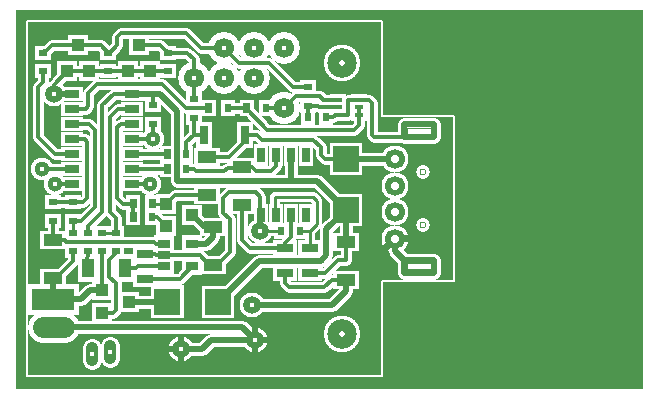
<source format=gbr>
%FSLAX34Y34*%
%MOMM*%
%LNSILK_TOP*%
G71*
G01*
%ADD10C, 0.00*%
%ADD11C, 3.10*%
%ADD12R, 1.25X1.87*%
%ADD13R, 1.80X1.50*%
%ADD14R, 2.80X2.80*%
%ADD15R, 2.20X1.61*%
%ADD16C, 0.70*%
%ADD17C, 2.30*%
%ADD18C, 1.10*%
%ADD19C, 1.20*%
%ADD20C, 0.90*%
%ADD21R, 1.40X1.20*%
%ADD22C, 2.60*%
%ADD23R, 1.87X1.25*%
%ADD24R, 1.70X1.70*%
%ADD25R, 1.20X1.40*%
%ADD26R, 2.03X1.40*%
%ADD27C, 2.10*%
%ADD28C, 0.85*%
%ADD29R, 2.20X1.60*%
%ADD30C, 2.70*%
%ADD31C, 2.75*%
%ADD32R, 1.40X2.16*%
%ADD33C, 1.60*%
%ADD34C, 0.15*%
%ADD35R, 1.81X2.40*%
%ADD36C, 0.95*%
%ADD37C, 1.90*%
%ADD38R, 1.40X1.00*%
%ADD39C, 0.57*%
%ADD40C, 0.50*%
%ADD41C, 2.50*%
%ADD42R, 0.65X1.27*%
%ADD43R, 1.00X0.70*%
%ADD44R, 2.20X2.20*%
%ADD45R, 1.60X1.01*%
%ADD46C, 0.10*%
%ADD47C, 1.70*%
%ADD48C, 0.60*%
%ADD49C, 0.30*%
%ADD50R, 0.80X0.60*%
%ADD51C, 1.80*%
%ADD52R, 1.27X0.65*%
%ADD53R, 1.10X1.10*%
%ADD54R, 0.60X0.80*%
%ADD55R, 1.43X0.80*%
%ADD56C, 1.50*%
%ADD57C, 0.25*%
%ADD58R, 1.60X1.00*%
%ADD59C, 1.70*%
%ADD60C, 1.75*%
%ADD61R, 0.80X1.56*%
%ADD62C, 1.00*%
%ADD63R, 1.01X1.60*%
%ADD64C, 0.35*%
%ADD65C, 1.30*%
%ADD66R, 0.80X0.40*%
%ADD67C, 0.40*%
%ADD68C, 0.00*%
%LPD*%
G54D10*
X0Y0D02*
X530000Y0D01*
X530000Y-320000D01*
X0Y-320000D01*
X0Y0D01*
G36*
X0Y0D02*
X530000Y0D01*
X530000Y-320000D01*
X0Y-320000D01*
X0Y0D01*
G37*
%LPC*%
X276225Y-274638D02*
G54D11*
D03*
X276225Y-45244D02*
G54D11*
D03*
X207381Y-173537D02*
G54D12*
D03*
X220081Y-173537D02*
G54D12*
D03*
X232781Y-173537D02*
G54D12*
D03*
X245481Y-173537D02*
G54D12*
D03*
X245481Y-122737D02*
G54D12*
D03*
X232781Y-122738D02*
G54D12*
D03*
X220081Y-122737D02*
G54D12*
D03*
X207381Y-122738D02*
G54D12*
D03*
X149622Y-217488D02*
G54D13*
D03*
X149622Y-198488D02*
G54D13*
D03*
X125822Y-217488D02*
G54D13*
D03*
X125822Y-198488D02*
G54D13*
D03*
X125822Y-207988D02*
G54D13*
D03*
X279400Y-169466D02*
G54D14*
D03*
X279400Y-126566D02*
G54D14*
D03*
X171450Y-247253D02*
G54D14*
D03*
G36*
X114550Y-233253D02*
X142550Y-233253D01*
X142550Y-261253D01*
X114550Y-261253D01*
X114550Y-233253D01*
G37*
X279400Y-228997D02*
G54D15*
D03*
X279400Y-196993D02*
G54D15*
D03*
G54D16*
X331391Y-100012D02*
X351631Y-100012D01*
X351631Y-105172D01*
X331391Y-105172D01*
X331391Y-100012D01*
G54D16*
X331391Y-214709D02*
X351631Y-214709D01*
X351631Y-219869D01*
X331391Y-219869D01*
X331391Y-214709D01*
X321072Y-126603D02*
G54D17*
D03*
X321072Y-149225D02*
G54D17*
D03*
X321072Y-171450D02*
G54D17*
D03*
X321070Y-194070D02*
G54D17*
D03*
G54D18*
X328612Y-107950D02*
X354012Y-107950D01*
G54D18*
X354012Y-107950D02*
X354012Y-97234D01*
G54D18*
X328612Y-97234D02*
X354012Y-97234D01*
G54D18*
X328612Y-107950D02*
X328612Y-97234D01*
G54D18*
X329009Y-222647D02*
X354409Y-222647D01*
G54D18*
X354409Y-222647D02*
X354409Y-211931D01*
G54D18*
X329009Y-211931D02*
X354409Y-211931D01*
G54D18*
X329009Y-222647D02*
X329009Y-211931D01*
X345281Y-137716D02*
G54D19*
D03*
X345281Y-182562D02*
G54D19*
D03*
G54D18*
X321072Y-194072D02*
X321072Y-203994D01*
X329009Y-211931D01*
G54D18*
X321072Y-126603D02*
X279400Y-126566D01*
G54D18*
X279400Y-169466D02*
X279400Y-196993D01*
G54D18*
X200025Y-250031D02*
X216694Y-250031D01*
X267494Y-250031D01*
X279400Y-238125D01*
X279400Y-228997D01*
G54D18*
X171450Y-247253D02*
X205978Y-212725D01*
X258366Y-212725D01*
X263128Y-207962D01*
X263128Y-185738D01*
G54D20*
X232966Y-173434D02*
X232966Y-192484D01*
X227806Y-197644D01*
X227800Y-202138D01*
X116681Y-80962D02*
G54D21*
D03*
X116681Y-96862D02*
G54D21*
D03*
G54D18*
X140097Y-287338D02*
X157559Y-287338D01*
X165100Y-279797D01*
X202406Y-279797D01*
G54D22*
X22750Y-268684D02*
X40750Y-268684D01*
G36*
X9750Y-232269D02*
X53750Y-232269D01*
X53750Y-258269D01*
X9750Y-258269D01*
X9750Y-232269D01*
G37*
X98798Y-109564D02*
G54D23*
D03*
X98798Y-96864D02*
G54D23*
D03*
X98798Y-84164D02*
G54D23*
D03*
X98798Y-71464D02*
G54D23*
D03*
X47998Y-71464D02*
G54D23*
D03*
X47998Y-84164D02*
G54D23*
D03*
X47998Y-96864D02*
G54D23*
D03*
X47998Y-109564D02*
G54D23*
D03*
X47998Y-122264D02*
G54D23*
D03*
X47998Y-134964D02*
G54D23*
D03*
X47998Y-147664D02*
G54D23*
D03*
X98798Y-122264D02*
G54D23*
D03*
X98798Y-134964D02*
G54D23*
D03*
X98798Y-147664D02*
G54D23*
D03*
X127397Y-164306D02*
G54D24*
D03*
X127397Y-183306D02*
G54D24*
D03*
X149597Y-173806D02*
G54D24*
D03*
X73422Y-237728D02*
G54D24*
D03*
X73422Y-256728D02*
G54D24*
D03*
X95622Y-247228D02*
G54D24*
D03*
G54D18*
X31750Y-268684D02*
X191294Y-268684D01*
X202406Y-279797D01*
G54D18*
X95622Y-247228D02*
X128525Y-247228D01*
X128550Y-247253D01*
G36*
X93615Y-168766D02*
X105615Y-168765D01*
X105616Y-182765D01*
X93616Y-182766D01*
X93615Y-168766D01*
G37*
X115515Y-175766D02*
G54D25*
D03*
G36*
X93591Y-157306D02*
X105591Y-157306D01*
X105591Y-171306D01*
X93591Y-171306D01*
X93591Y-157306D01*
G37*
G36*
X109491Y-157306D02*
X121491Y-157306D01*
X121491Y-171306D01*
X109491Y-171306D01*
X109491Y-157306D01*
G37*
X84931Y-188888D02*
G54D21*
D03*
X84931Y-204788D02*
G54D21*
D03*
X73422Y-188912D02*
G54D21*
D03*
X73422Y-204812D02*
G54D21*
D03*
G54D20*
X116681Y-96862D02*
X116681Y-109538D01*
X98798Y-109564D01*
X248841Y-223044D02*
G54D26*
D03*
X248834Y-201741D02*
G54D26*
D03*
X227806Y-223441D02*
G54D26*
D03*
X227800Y-202138D02*
G54D26*
D03*
G54D18*
X279400Y-169466D02*
X263128Y-185738D01*
G54D20*
X47998Y-109564D02*
X58367Y-109564D01*
X60722Y-111919D01*
X60722Y-159147D01*
X56753Y-163116D01*
X48816Y-163116D01*
X207170Y-187720D02*
G54D27*
D03*
X240915Y-187732D02*
G54D25*
D03*
X225016Y-187732D02*
G54D25*
D03*
G54D18*
X207169Y-187722D02*
X207169Y-173750D01*
X207381Y-173537D01*
X32147Y-71438D02*
G54D27*
D03*
G54D18*
X47998Y-71464D02*
X48025Y-71438D01*
X32147Y-71438D01*
G54D20*
X73422Y-256728D02*
X82203Y-256728D01*
X84534Y-254397D01*
X84534Y-231775D01*
X79375Y-226616D01*
X79375Y-212328D01*
X83741Y-207169D01*
X83741Y-204788D01*
G54D20*
X73422Y-237728D02*
X73422Y-204812D01*
G54D28*
X73422Y-188912D02*
X84907Y-188912D01*
X84931Y-188888D01*
G54D28*
X225016Y-187732D02*
X207179Y-187732D01*
X207169Y-187722D01*
G54D18*
X232966Y-122634D02*
X232966Y-145256D01*
G54D20*
X99616Y-175765D02*
X99591Y-164306D01*
G54D18*
X31750Y-245269D02*
X55562Y-245269D01*
X63103Y-237728D01*
X73422Y-237728D01*
G54D20*
X125822Y-207988D02*
X155972Y-207962D01*
X161528Y-213519D01*
X167481Y-216297D01*
X167481Y-216297D02*
G54D29*
D03*
X167481Y-184097D02*
G54D29*
D03*
X109141Y-228203D02*
G54D26*
D03*
X109134Y-206900D02*
G54D26*
D03*
G54D20*
X109141Y-228203D02*
X138906Y-228203D01*
X149622Y-217488D01*
G54D20*
X109134Y-206900D02*
X117603Y-206900D01*
X118666Y-207962D01*
X125797Y-207962D01*
X125822Y-207988D01*
G54D20*
X98798Y-96864D02*
X88826Y-96864D01*
X86074Y-99616D01*
X86074Y-159099D01*
X91281Y-164306D01*
X99591Y-164306D01*
G54D20*
X84931Y-188888D02*
X84931Y-176213D01*
X79772Y-171053D01*
X79772Y-90884D01*
X86519Y-84138D01*
X98771Y-84138D01*
X98798Y-84164D01*
X31736Y-163104D02*
G54D21*
D03*
X31736Y-179003D02*
G54D21*
D03*
X48816Y-163116D02*
G54D21*
D03*
X48816Y-179015D02*
G54D21*
D03*
G54D20*
X48816Y-179015D02*
X55538Y-179015D01*
X67072Y-167481D01*
X67072Y-101600D01*
X62336Y-96864D01*
X47998Y-96864D01*
G54D20*
X116681Y-80962D02*
X116681Y-71438D01*
G54D18*
X98798Y-71464D02*
X122264Y-71464D01*
X136525Y-85725D01*
X136525Y-145256D01*
X227012Y-32544D02*
G54D30*
D03*
X201612Y-32544D02*
G54D30*
D03*
X176212Y-32544D02*
G54D30*
D03*
X201612Y-57944D02*
G54D30*
D03*
X176212Y-57944D02*
G54D30*
D03*
X150812Y-57944D02*
G54D30*
D03*
X227012Y-83344D02*
G54D31*
D03*
G54D20*
X22598Y-134964D02*
X47998Y-134964D01*
G54D20*
X33314Y-147664D02*
X47998Y-147664D01*
G36*
X157512Y-76344D02*
X169512Y-76344D01*
X169513Y-90344D01*
X157513Y-90344D01*
X157512Y-76344D01*
G37*
X179412Y-83344D02*
G54D25*
D03*
X194435Y-106037D02*
G54D32*
D03*
X159435Y-106037D02*
G54D32*
D03*
G54D20*
X194435Y-106037D02*
X204462Y-106037D01*
X208756Y-110331D01*
X252016Y-110331D01*
X258366Y-116681D01*
X258366Y-123428D01*
X261541Y-126603D01*
X279362Y-126603D01*
X279400Y-126566D01*
G54D18*
X279400Y-169466D02*
X255153Y-145256D01*
X136525Y-145256D01*
G54D28*
X220266Y-173434D02*
X219869Y-173434D01*
X219869Y-158750D01*
X251619Y-158750D01*
X255191Y-162322D01*
X255191Y-181372D01*
X248841Y-187722D01*
X240915Y-187732D01*
G54D28*
X248841Y-187722D02*
X248834Y-201741D01*
G54D20*
X248841Y-223044D02*
X261938Y-223044D01*
X272653Y-212328D01*
X279400Y-212328D01*
X279400Y-196993D01*
G54D20*
X227806Y-223441D02*
X227806Y-231378D01*
X231378Y-234950D01*
X261144Y-234950D01*
X267494Y-228600D01*
X279003Y-228600D01*
X279400Y-228997D01*
G54D33*
X80169Y-284719D02*
X80169Y-294719D01*
G54D33*
X64691Y-286306D02*
X64691Y-296306D01*
X202410Y-279800D02*
G54D27*
D03*
X200025Y-250031D02*
G54D27*
D03*
X140100Y-287340D02*
G54D27*
D03*
G54D34*
X9922Y-9922D02*
X9922Y-309959D01*
G54D34*
X309959Y-9922D02*
X9922Y-9922D01*
G54D34*
X309959Y-309960D02*
X9922Y-309959D01*
G54D34*
X309959Y-89694D02*
X371078Y-89694D01*
G54D34*
X309959Y-230188D02*
X371078Y-230188D01*
G54D34*
X309959Y-9922D02*
X309959Y-89694D01*
G54D34*
X371078Y-89694D02*
X371078Y-230188D01*
G54D34*
X309959Y-230188D02*
X309959Y-309960D01*
G54D20*
X115515Y-175766D02*
X119856Y-175766D01*
X127397Y-183306D01*
G54D28*
X127397Y-164306D02*
X115491Y-164306D01*
X92869Y-219075D02*
G54D35*
D03*
X60865Y-219075D02*
G54D35*
D03*
G54D20*
X125822Y-217488D02*
X103187Y-217488D01*
X101600Y-219075D01*
X92869Y-219075D01*
X31750Y-227409D02*
G54D15*
D03*
X31750Y-195405D02*
G54D15*
D03*
G54D18*
X31750Y-245269D02*
X31750Y-227409D01*
G54D36*
X31750Y-195405D02*
X41418Y-195405D01*
X42862Y-196850D01*
X117078Y-196850D01*
X118666Y-198438D01*
X125809Y-198438D01*
X61516Y-188912D02*
G54D21*
D03*
X61516Y-204812D02*
G54D21*
D03*
X48816Y-188912D02*
G54D21*
D03*
X48816Y-204812D02*
G54D21*
D03*
G54D20*
X61516Y-188912D02*
X61516Y-182959D01*
X73422Y-171053D01*
X73422Y-80962D01*
X82947Y-71438D01*
X98771Y-71438D01*
X98798Y-71464D01*
G54D20*
X60722Y-219075D02*
X60722Y-209947D01*
X61516Y-208756D01*
X61516Y-204788D01*
G54D20*
X31750Y-195405D02*
X31736Y-179003D01*
G54D28*
X48816Y-188912D02*
X48816Y-179015D01*
G54D20*
X48816Y-163116D02*
X31748Y-163116D01*
X31736Y-163104D01*
G54D20*
X48816Y-204812D02*
X48816Y-213122D01*
X37703Y-224234D01*
X22598Y-134964D02*
G54D37*
D03*
X33314Y-147664D02*
G54D37*
D03*
G54D20*
X98798Y-147664D02*
X113482Y-147664D01*
X113482Y-147664D02*
G54D37*
D03*
X116681Y-109538D02*
G54D37*
D03*
G54D20*
X163512Y-83344D02*
X144462Y-83344D01*
X124222Y-63103D01*
X69056Y-63103D01*
X61516Y-70644D01*
X61516Y-81756D01*
X59134Y-84138D01*
X48025Y-84138D01*
X47998Y-84164D01*
X191294Y-165497D02*
G54D15*
D03*
X191294Y-133493D02*
G54D15*
D03*
G54D20*
X173434Y-213122D02*
X181372Y-205184D01*
X181372Y-177403D01*
X175816Y-171847D01*
X175816Y-159544D01*
X180975Y-154384D01*
X203200Y-154384D01*
X207169Y-158353D01*
X207169Y-173325D01*
X207381Y-173537D01*
G54D20*
X191294Y-165497D02*
X191294Y-194866D01*
X198438Y-202009D01*
X227672Y-202009D01*
X227800Y-202138D01*
G54D18*
X167481Y-184097D02*
X159887Y-184097D01*
X149597Y-173806D01*
G54D18*
X149622Y-198488D02*
X161478Y-198488D01*
X167481Y-192484D01*
X167481Y-184097D01*
G54D20*
X191294Y-133350D02*
X200422Y-133350D01*
X203597Y-136525D01*
X216297Y-136525D01*
X220266Y-132556D01*
X220266Y-122634D01*
X94853Y-52388D02*
G54D24*
D03*
X113853Y-52388D02*
G54D24*
D03*
X104353Y-30187D02*
G54D24*
D03*
X43259Y-52388D02*
G54D24*
D03*
X62259Y-52388D02*
G54D24*
D03*
X52759Y-30187D02*
G54D24*
D03*
X150813Y-75803D02*
G54D21*
D03*
X150812Y-91702D02*
G54D21*
D03*
G54D20*
X150813Y-75803D02*
X150812Y-57944D01*
X129381Y-36512D02*
G54D21*
D03*
X129381Y-52412D02*
G54D21*
D03*
X78581Y-36512D02*
G54D21*
D03*
X78581Y-52412D02*
G54D21*
D03*
G54D20*
X129381Y-52412D02*
X113877Y-52412D01*
X113853Y-52388D01*
X94853Y-52388D01*
G54D20*
X43259Y-52388D02*
X62259Y-52388D01*
G54D20*
X32147Y-71438D02*
X32147Y-63500D01*
X43259Y-52388D01*
X23019Y-36512D02*
G54D21*
D03*
X23019Y-52412D02*
G54D21*
D03*
G54D20*
X52759Y-30187D02*
X30534Y-30187D01*
X25400Y-35322D01*
X24209Y-35322D01*
X23019Y-36512D01*
G54D20*
X23019Y-52412D02*
X23019Y-61516D01*
X18653Y-65881D01*
X18653Y-107604D01*
X33314Y-122264D01*
X47998Y-122264D01*
G54D20*
X62259Y-52388D02*
X94853Y-52388D01*
G54D20*
X52759Y-30187D02*
X72256Y-30187D01*
X78581Y-36512D01*
G54D20*
X104353Y-30187D02*
X121866Y-30187D01*
X127000Y-35322D01*
X128191Y-35322D01*
X129381Y-36512D01*
G54D20*
X129381Y-36512D02*
X145256Y-36512D01*
X150812Y-42069D01*
X150812Y-57944D01*
G54D20*
X78581Y-36512D02*
X79772Y-36512D01*
X86122Y-30162D01*
X86122Y-23019D01*
X89297Y-19844D01*
X144066Y-19844D01*
X156766Y-32544D01*
X176212Y-32544D01*
G36*
X122587Y-115238D02*
X134587Y-115237D01*
X134588Y-129237D01*
X122588Y-129238D01*
X122587Y-115238D01*
G37*
X144487Y-122238D02*
G54D25*
D03*
G36*
X122587Y-127938D02*
X134587Y-127937D01*
X134588Y-141937D01*
X122588Y-141938D01*
X122587Y-127938D01*
G37*
X144487Y-134938D02*
G54D25*
D03*
G54D20*
X98798Y-134964D02*
X128561Y-134964D01*
X128588Y-134938D01*
X161925Y-156766D02*
G54D15*
D03*
X161925Y-124762D02*
G54D15*
D03*
G54D20*
X161925Y-156766D02*
X134938Y-156766D01*
X127397Y-164306D01*
G54D20*
X161925Y-124762D02*
X180435Y-124762D01*
X194072Y-111125D01*
G54D20*
X98798Y-122264D02*
X128561Y-122264D01*
X128588Y-122238D01*
G54D20*
X150812Y-91702D02*
X150812Y-105966D01*
X159364Y-105966D01*
X159435Y-106037D01*
G54D20*
X144487Y-122238D02*
X144487Y-112292D01*
X150812Y-105966D01*
G54D20*
X144487Y-134938D02*
X150813Y-134938D01*
X152797Y-136922D01*
X176609Y-136922D01*
X179784Y-133747D01*
X191040Y-133747D01*
X191294Y-133493D01*
X247239Y-65472D02*
G54D21*
D03*
X247239Y-81371D02*
G54D21*
D03*
X290550Y-76200D02*
G54D38*
D03*
X290550Y-82500D02*
G54D38*
D03*
X290550Y-88900D02*
G54D38*
D03*
X273050Y-76200D02*
G54D38*
D03*
X273050Y-82500D02*
G54D38*
D03*
X273050Y-88900D02*
G54D38*
D03*
X247253Y-90884D02*
G54D25*
D03*
X263152Y-90885D02*
G54D25*
D03*
G54D20*
X273050Y-88900D02*
X281781Y-88900D01*
G54D20*
X290550Y-76200D02*
X281781Y-76200D01*
X281781Y-88900D01*
G54D20*
X195659Y-83344D02*
X179412Y-83344D01*
G54D20*
X176213Y-32544D02*
X188913Y-45244D01*
X214312Y-45244D01*
G36*
X189659Y-76344D02*
X201659Y-76344D01*
X201659Y-90344D01*
X189659Y-90344D01*
X189659Y-76344D01*
G37*
X211558Y-83344D02*
G54D25*
D03*
G54D20*
X211558Y-83344D02*
X227012Y-83344D01*
G54D20*
X247253Y-90884D02*
X247253Y-81385D01*
X247239Y-81371D01*
G54D20*
X273050Y-82500D02*
X256728Y-82500D01*
X255588Y-81359D01*
X247251Y-81359D01*
X247239Y-81371D01*
G54D20*
X273050Y-88900D02*
X271066Y-88900D01*
X269081Y-90884D01*
X263152Y-90885D01*
G54D20*
X290550Y-82500D02*
X290550Y-88900D01*
G54D20*
X195659Y-83344D02*
X195659Y-84534D01*
X213122Y-101997D01*
X286147Y-101997D01*
X290512Y-97631D01*
X290512Y-88938D01*
X290550Y-88900D01*
G54D20*
X227012Y-83344D02*
X236934Y-73422D01*
X257572Y-73422D01*
X260350Y-76200D01*
X273050Y-76200D01*
G54D20*
X247239Y-65472D02*
X234541Y-65472D01*
X214312Y-45244D01*
G54D20*
X290550Y-76200D02*
X299244Y-76200D01*
X302022Y-78978D01*
X302022Y-106362D01*
X303609Y-107950D01*
X328612Y-107950D01*
%LPD*%
G54D39*
G36*
X321070Y-191237D02*
X333070Y-191237D01*
X333070Y-196903D01*
X321070Y-196903D01*
X321070Y-191237D01*
G37*
G36*
X323073Y-196073D02*
X314588Y-204559D01*
X310581Y-200552D01*
X319067Y-192067D01*
X323073Y-196073D01*
G37*
G54D40*
G54D40*
G36*
X199910Y-279800D02*
X199910Y-268800D01*
X204910Y-268800D01*
X204910Y-279800D01*
X199910Y-279800D01*
G37*
G36*
X202410Y-277300D02*
X213410Y-277300D01*
X213410Y-282300D01*
X202410Y-282300D01*
X202410Y-277300D01*
G37*
G36*
X204910Y-279800D02*
X204910Y-290800D01*
X199910Y-290800D01*
X199910Y-279800D01*
X204910Y-279800D01*
G37*
G36*
X202410Y-282300D02*
X191410Y-282300D01*
X191410Y-277300D01*
X202410Y-277300D01*
X202410Y-282300D01*
G37*
G54D40*
G36*
X137600Y-287340D02*
X137600Y-276340D01*
X142600Y-276340D01*
X142600Y-287340D01*
X137600Y-287340D01*
G37*
G36*
X142600Y-287340D02*
X142600Y-298340D01*
X137600Y-298340D01*
X137600Y-287340D01*
X142600Y-287340D01*
G37*
G36*
X140100Y-289840D02*
X129100Y-289840D01*
X129100Y-284840D01*
X140100Y-284840D01*
X140100Y-289840D01*
G37*
X276225Y-274638D02*
G54D41*
D03*
X276225Y-45244D02*
G54D41*
D03*
X207381Y-173537D02*
G54D42*
D03*
X220081Y-173537D02*
G54D42*
D03*
X232781Y-173537D02*
G54D42*
D03*
X245481Y-173537D02*
G54D42*
D03*
X245481Y-122737D02*
G54D42*
D03*
X232781Y-122738D02*
G54D42*
D03*
X220081Y-122737D02*
G54D42*
D03*
X207381Y-122738D02*
G54D42*
D03*
X149622Y-217488D02*
G54D43*
D03*
X149622Y-198488D02*
G54D43*
D03*
X125822Y-217488D02*
G54D43*
D03*
X125822Y-198488D02*
G54D43*
D03*
X125822Y-207988D02*
G54D43*
D03*
X279400Y-169466D02*
G54D44*
D03*
X279400Y-126566D02*
G54D44*
D03*
X171450Y-247253D02*
G54D44*
D03*
G36*
X117550Y-236253D02*
X139550Y-236253D01*
X139550Y-258253D01*
X117550Y-258253D01*
X117550Y-236253D01*
G37*
X279400Y-228997D02*
G54D45*
D03*
X279400Y-196993D02*
G54D45*
D03*
G54D46*
X331391Y-100012D02*
X351631Y-100012D01*
X351631Y-105172D01*
X331391Y-105172D01*
X331391Y-100012D01*
G54D46*
X331391Y-214709D02*
X351631Y-214709D01*
X351631Y-219869D01*
X331391Y-219869D01*
X331391Y-214709D01*
X321072Y-126603D02*
G54D47*
D03*
X321072Y-149225D02*
G54D47*
D03*
X321072Y-171450D02*
G54D47*
D03*
X321070Y-194070D02*
G54D47*
D03*
G54D40*
X328612Y-107950D02*
X354012Y-107950D01*
G54D40*
X354012Y-107950D02*
X354012Y-97234D01*
G54D40*
X328612Y-97234D02*
X354012Y-97234D01*
G54D40*
X328612Y-107950D02*
X328612Y-97234D01*
G54D40*
X329009Y-222647D02*
X354409Y-222647D01*
G54D40*
X354409Y-222647D02*
X354409Y-211931D01*
G54D40*
X329009Y-211931D02*
X354409Y-211931D01*
G54D40*
X329009Y-222647D02*
X329009Y-211931D01*
X345281Y-137716D02*
G54D48*
D03*
X345281Y-182562D02*
G54D48*
D03*
G54D40*
X321072Y-194072D02*
X321072Y-203994D01*
X329009Y-211931D01*
G54D40*
X321072Y-126603D02*
X279400Y-126566D01*
G54D40*
X279400Y-169466D02*
X279400Y-196993D01*
G54D40*
X200025Y-250031D02*
X216694Y-250031D01*
X267494Y-250031D01*
X279400Y-238125D01*
X279400Y-228997D01*
G54D40*
X171450Y-247253D02*
X205978Y-212725D01*
X258366Y-212725D01*
X263128Y-207962D01*
X263128Y-185738D01*
G54D49*
X232966Y-173434D02*
X232966Y-192484D01*
X227806Y-197644D01*
X227800Y-202138D01*
X116681Y-80962D02*
G54D50*
D03*
X116681Y-96862D02*
G54D50*
D03*
G54D40*
X140097Y-287338D02*
X157559Y-287338D01*
X165100Y-279797D01*
X202406Y-279797D01*
G54D51*
X22750Y-268684D02*
X40750Y-268684D01*
G36*
X13750Y-236269D02*
X49750Y-236269D01*
X49750Y-254269D01*
X13750Y-254269D01*
X13750Y-236269D01*
G37*
X98798Y-109564D02*
G54D52*
D03*
X98798Y-96864D02*
G54D52*
D03*
X98798Y-84164D02*
G54D52*
D03*
X98798Y-71464D02*
G54D52*
D03*
X47998Y-71464D02*
G54D52*
D03*
X47998Y-84164D02*
G54D52*
D03*
X47998Y-96864D02*
G54D52*
D03*
X47998Y-109564D02*
G54D52*
D03*
X47998Y-122264D02*
G54D52*
D03*
X47998Y-134964D02*
G54D52*
D03*
X47998Y-147664D02*
G54D52*
D03*
X98798Y-122264D02*
G54D52*
D03*
X98798Y-134964D02*
G54D52*
D03*
X98798Y-147664D02*
G54D52*
D03*
X127397Y-164306D02*
G54D53*
D03*
X127397Y-183306D02*
G54D53*
D03*
X149597Y-173806D02*
G54D53*
D03*
X73422Y-237728D02*
G54D53*
D03*
X73422Y-256728D02*
G54D53*
D03*
X95622Y-247228D02*
G54D53*
D03*
G54D40*
X31750Y-268684D02*
X191294Y-268684D01*
X202406Y-279797D01*
G54D40*
X95622Y-247228D02*
X128525Y-247228D01*
X128550Y-247253D01*
G36*
X96615Y-171766D02*
X102615Y-171765D01*
X102616Y-179765D01*
X96616Y-179766D01*
X96615Y-171766D01*
G37*
X115515Y-175766D02*
G54D54*
D03*
G36*
X96591Y-160306D02*
X102591Y-160306D01*
X102591Y-168306D01*
X96591Y-168306D01*
X96591Y-160306D01*
G37*
G36*
X112491Y-160306D02*
X118491Y-160306D01*
X118491Y-168306D01*
X112491Y-168306D01*
X112491Y-160306D01*
G37*
X84931Y-188888D02*
G54D50*
D03*
X84931Y-204788D02*
G54D50*
D03*
X73422Y-188912D02*
G54D50*
D03*
X73422Y-204812D02*
G54D50*
D03*
G54D49*
X116681Y-96862D02*
X116681Y-109538D01*
X98798Y-109564D01*
X248841Y-223044D02*
G54D55*
D03*
X248834Y-201741D02*
G54D55*
D03*
X227806Y-223441D02*
G54D55*
D03*
X227800Y-202138D02*
G54D55*
D03*
G54D40*
X279400Y-169466D02*
X263128Y-185738D01*
G54D49*
X47998Y-109564D02*
X58367Y-109564D01*
X60722Y-111919D01*
X60722Y-159147D01*
X56753Y-163116D01*
X48816Y-163116D01*
X207170Y-187720D02*
G54D56*
D03*
X240915Y-187732D02*
G54D54*
D03*
X225016Y-187732D02*
G54D54*
D03*
G54D40*
X207169Y-187722D02*
X207169Y-173750D01*
X207381Y-173537D01*
X32147Y-71438D02*
G54D56*
D03*
G54D40*
X47998Y-71464D02*
X48025Y-71438D01*
X32147Y-71438D01*
G54D49*
X73422Y-256728D02*
X82203Y-256728D01*
X84534Y-254397D01*
X84534Y-231775D01*
X79375Y-226616D01*
X79375Y-212328D01*
X83741Y-207169D01*
X83741Y-204788D01*
G54D49*
X73422Y-237728D02*
X73422Y-204812D01*
G54D57*
X73422Y-188912D02*
X84907Y-188912D01*
X84931Y-188888D01*
G54D57*
X225016Y-187732D02*
X207179Y-187732D01*
X207169Y-187722D01*
G54D40*
X232966Y-122634D02*
X232966Y-145256D01*
G54D49*
X99616Y-175765D02*
X99591Y-164306D01*
G54D40*
X31750Y-245269D02*
X55562Y-245269D01*
X63103Y-237728D01*
X73422Y-237728D01*
G54D49*
X125822Y-207988D02*
X155972Y-207962D01*
X161528Y-213519D01*
X167481Y-216297D01*
X167481Y-216297D02*
G54D58*
D03*
X167481Y-184097D02*
G54D58*
D03*
X109141Y-228203D02*
G54D55*
D03*
X109134Y-206900D02*
G54D55*
D03*
G54D49*
X109141Y-228203D02*
X138906Y-228203D01*
X149622Y-217488D01*
G54D49*
X109134Y-206900D02*
X117603Y-206900D01*
X118666Y-207962D01*
X125797Y-207962D01*
X125822Y-207988D01*
G54D49*
X98798Y-96864D02*
X88826Y-96864D01*
X86074Y-99616D01*
X86074Y-159099D01*
X91281Y-164306D01*
X99591Y-164306D01*
G54D49*
X84931Y-188888D02*
X84931Y-176213D01*
X79772Y-171053D01*
X79772Y-90884D01*
X86519Y-84138D01*
X98771Y-84138D01*
X98798Y-84164D01*
X31736Y-163104D02*
G54D50*
D03*
X31736Y-179003D02*
G54D50*
D03*
X48816Y-163116D02*
G54D50*
D03*
X48816Y-179015D02*
G54D50*
D03*
G54D49*
X48816Y-179015D02*
X55538Y-179015D01*
X67072Y-167481D01*
X67072Y-101600D01*
X62336Y-96864D01*
X47998Y-96864D01*
G54D49*
X116681Y-80962D02*
X116681Y-71438D01*
G54D40*
X98798Y-71464D02*
X122264Y-71464D01*
X136525Y-85725D01*
X136525Y-145256D01*
X227012Y-32544D02*
G54D59*
D03*
X201612Y-32544D02*
G54D59*
D03*
X176212Y-32544D02*
G54D59*
D03*
X201612Y-57944D02*
G54D59*
D03*
X176212Y-57944D02*
G54D59*
D03*
X150812Y-57944D02*
G54D59*
D03*
X227012Y-83344D02*
G54D60*
D03*
G54D49*
X22598Y-134964D02*
X47998Y-134964D01*
G54D49*
X33314Y-147664D02*
X47998Y-147664D01*
G36*
X160512Y-79344D02*
X166512Y-79344D01*
X166513Y-87344D01*
X160513Y-87344D01*
X160512Y-79344D01*
G37*
X179412Y-83344D02*
G54D54*
D03*
X194435Y-106037D02*
G54D61*
D03*
X159435Y-106037D02*
G54D61*
D03*
G54D49*
X194435Y-106037D02*
X204462Y-106037D01*
X208756Y-110331D01*
X252016Y-110331D01*
X258366Y-116681D01*
X258366Y-123428D01*
X261541Y-126603D01*
X279362Y-126603D01*
X279400Y-126566D01*
G54D40*
X279400Y-169466D02*
X255153Y-145256D01*
X136525Y-145256D01*
G54D57*
X220266Y-173434D02*
X219869Y-173434D01*
X219869Y-158750D01*
X251619Y-158750D01*
X255191Y-162322D01*
X255191Y-181372D01*
X248841Y-187722D01*
X240915Y-187732D01*
G54D57*
X248841Y-187722D02*
X248834Y-201741D01*
G54D49*
X248841Y-223044D02*
X261938Y-223044D01*
X272653Y-212328D01*
X279400Y-212328D01*
X279400Y-196993D01*
G54D49*
X227806Y-223441D02*
X227806Y-231378D01*
X231378Y-234950D01*
X261144Y-234950D01*
X267494Y-228600D01*
X279003Y-228600D01*
X279400Y-228997D01*
G54D62*
X80169Y-284719D02*
X80169Y-294719D01*
G54D62*
X64691Y-286306D02*
X64691Y-296306D01*
X202410Y-279800D02*
G54D56*
D03*
X200025Y-250031D02*
G54D56*
D03*
X140100Y-287340D02*
G54D56*
D03*
G54D49*
X115515Y-175766D02*
X119856Y-175766D01*
X127397Y-183306D01*
G54D57*
X127397Y-164306D02*
X115491Y-164306D01*
X92869Y-219075D02*
G54D63*
D03*
X60865Y-219075D02*
G54D63*
D03*
G54D49*
X125822Y-217488D02*
X103187Y-217488D01*
X101600Y-219075D01*
X92869Y-219075D01*
X31750Y-227409D02*
G54D45*
D03*
X31750Y-195405D02*
G54D45*
D03*
G54D40*
X31750Y-245269D02*
X31750Y-227409D01*
G54D64*
X31750Y-195405D02*
X41418Y-195405D01*
X42862Y-196850D01*
X117078Y-196850D01*
X118666Y-198438D01*
X125809Y-198438D01*
X61516Y-188912D02*
G54D50*
D03*
X61516Y-204812D02*
G54D50*
D03*
X48816Y-188912D02*
G54D50*
D03*
X48816Y-204812D02*
G54D50*
D03*
G54D49*
X61516Y-188912D02*
X61516Y-182959D01*
X73422Y-171053D01*
X73422Y-80962D01*
X82947Y-71438D01*
X98771Y-71438D01*
X98798Y-71464D01*
G54D49*
X60722Y-219075D02*
X60722Y-209947D01*
X61516Y-208756D01*
X61516Y-204788D01*
G54D49*
X31750Y-195405D02*
X31736Y-179003D01*
G54D57*
X48816Y-188912D02*
X48816Y-179015D01*
G54D49*
X48816Y-163116D02*
X31748Y-163116D01*
X31736Y-163104D01*
G54D49*
X48816Y-204812D02*
X48816Y-213122D01*
X37703Y-224234D01*
X22598Y-134964D02*
G54D65*
D03*
X33314Y-147664D02*
G54D65*
D03*
G54D49*
X98798Y-147664D02*
X113482Y-147664D01*
X113482Y-147664D02*
G54D65*
D03*
X116681Y-109538D02*
G54D65*
D03*
G54D49*
X163512Y-83344D02*
X144462Y-83344D01*
X124222Y-63103D01*
X69056Y-63103D01*
X61516Y-70644D01*
X61516Y-81756D01*
X59134Y-84138D01*
X48025Y-84138D01*
X47998Y-84164D01*
X191294Y-165497D02*
G54D45*
D03*
X191294Y-133493D02*
G54D45*
D03*
G54D49*
X173434Y-213122D02*
X181372Y-205184D01*
X181372Y-177403D01*
X175816Y-171847D01*
X175816Y-159544D01*
X180975Y-154384D01*
X203200Y-154384D01*
X207169Y-158353D01*
X207169Y-173325D01*
X207381Y-173537D01*
G54D49*
X191294Y-165497D02*
X191294Y-194866D01*
X198438Y-202009D01*
X227672Y-202009D01*
X227800Y-202138D01*
G54D40*
X167481Y-184097D02*
X159887Y-184097D01*
X149597Y-173806D01*
G54D40*
X149622Y-198488D02*
X161478Y-198488D01*
X167481Y-192484D01*
X167481Y-184097D01*
G54D49*
X191294Y-133350D02*
X200422Y-133350D01*
X203597Y-136525D01*
X216297Y-136525D01*
X220266Y-132556D01*
X220266Y-122634D01*
X94853Y-52388D02*
G54D53*
D03*
X113853Y-52388D02*
G54D53*
D03*
X104353Y-30187D02*
G54D53*
D03*
X43259Y-52388D02*
G54D53*
D03*
X62259Y-52388D02*
G54D53*
D03*
X52759Y-30187D02*
G54D53*
D03*
X150813Y-75803D02*
G54D50*
D03*
X150812Y-91702D02*
G54D50*
D03*
G54D49*
X150813Y-75803D02*
X150812Y-57944D01*
X129381Y-36512D02*
G54D50*
D03*
X129381Y-52412D02*
G54D50*
D03*
X78581Y-36512D02*
G54D50*
D03*
X78581Y-52412D02*
G54D50*
D03*
G54D49*
X129381Y-52412D02*
X113877Y-52412D01*
X113853Y-52388D01*
X94853Y-52388D01*
G54D49*
X43259Y-52388D02*
X62259Y-52388D01*
G54D49*
X32147Y-71438D02*
X32147Y-63500D01*
X43259Y-52388D01*
X23019Y-36512D02*
G54D50*
D03*
X23019Y-52412D02*
G54D50*
D03*
G54D49*
X52759Y-30187D02*
X30534Y-30187D01*
X25400Y-35322D01*
X24209Y-35322D01*
X23019Y-36512D01*
G54D49*
X23019Y-52412D02*
X23019Y-61516D01*
X18653Y-65881D01*
X18653Y-107604D01*
X33314Y-122264D01*
X47998Y-122264D01*
G54D49*
X62259Y-52388D02*
X94853Y-52388D01*
G54D49*
X52759Y-30187D02*
X72256Y-30187D01*
X78581Y-36512D01*
G54D49*
X104353Y-30187D02*
X121866Y-30187D01*
X127000Y-35322D01*
X128191Y-35322D01*
X129381Y-36512D01*
G54D49*
X129381Y-36512D02*
X145256Y-36512D01*
X150812Y-42069D01*
X150812Y-57944D01*
G54D49*
X78581Y-36512D02*
X79772Y-36512D01*
X86122Y-30162D01*
X86122Y-23019D01*
X89297Y-19844D01*
X144066Y-19844D01*
X156766Y-32544D01*
X176212Y-32544D01*
G36*
X125587Y-118238D02*
X131587Y-118237D01*
X131588Y-126237D01*
X125588Y-126238D01*
X125587Y-118238D01*
G37*
X144487Y-122238D02*
G54D54*
D03*
G36*
X125587Y-130938D02*
X131587Y-130937D01*
X131588Y-138937D01*
X125588Y-138938D01*
X125587Y-130938D01*
G37*
X144487Y-134938D02*
G54D54*
D03*
G54D49*
X98798Y-134964D02*
X128561Y-134964D01*
X128588Y-134938D01*
X161925Y-156766D02*
G54D45*
D03*
X161925Y-124762D02*
G54D45*
D03*
G54D49*
X161925Y-156766D02*
X134938Y-156766D01*
X127397Y-164306D01*
G54D49*
X161925Y-124762D02*
X180435Y-124762D01*
X194072Y-111125D01*
G54D49*
X98798Y-122264D02*
X128561Y-122264D01*
X128588Y-122238D01*
G54D49*
X150812Y-91702D02*
X150812Y-105966D01*
X159364Y-105966D01*
X159435Y-106037D01*
G54D49*
X144487Y-122238D02*
X144487Y-112292D01*
X150812Y-105966D01*
G54D49*
X144487Y-134938D02*
X150813Y-134938D01*
X152797Y-136922D01*
X176609Y-136922D01*
X179784Y-133747D01*
X191040Y-133747D01*
X191294Y-133493D01*
X247239Y-65472D02*
G54D50*
D03*
X247239Y-81371D02*
G54D50*
D03*
X290550Y-76200D02*
G54D66*
D03*
X290550Y-82500D02*
G54D66*
D03*
X290550Y-88900D02*
G54D66*
D03*
X273050Y-76200D02*
G54D66*
D03*
X273050Y-82500D02*
G54D66*
D03*
X273050Y-88900D02*
G54D66*
D03*
X247253Y-90884D02*
G54D54*
D03*
X263152Y-90885D02*
G54D54*
D03*
G54D49*
X273050Y-88900D02*
X281781Y-88900D01*
G54D49*
X290550Y-76200D02*
X281781Y-76200D01*
X281781Y-88900D01*
G54D49*
X195659Y-83344D02*
X179412Y-83344D01*
G54D49*
X176213Y-32544D02*
X188913Y-45244D01*
X214312Y-45244D01*
G36*
X192659Y-79344D02*
X198659Y-79344D01*
X198659Y-87344D01*
X192659Y-87344D01*
X192659Y-79344D01*
G37*
X211558Y-83344D02*
G54D54*
D03*
G54D49*
X211558Y-83344D02*
X227012Y-83344D01*
G54D49*
X247253Y-90884D02*
X247253Y-81385D01*
X247239Y-81371D01*
G54D49*
X273050Y-82500D02*
X256728Y-82500D01*
X255588Y-81359D01*
X247251Y-81359D01*
X247239Y-81371D01*
G54D49*
X273050Y-88900D02*
X271066Y-88900D01*
X269081Y-90884D01*
X263152Y-90885D01*
G54D49*
X290550Y-82500D02*
X290550Y-88900D01*
G54D49*
X195659Y-83344D02*
X195659Y-84534D01*
X213122Y-101997D01*
X286147Y-101997D01*
X290512Y-97631D01*
X290512Y-88938D01*
X290550Y-88900D01*
G54D49*
X227012Y-83344D02*
X236934Y-73422D01*
X257572Y-73422D01*
X260350Y-76200D01*
X273050Y-76200D01*
G54D49*
X247239Y-65472D02*
X234541Y-65472D01*
X214312Y-45244D01*
G54D49*
X290550Y-76200D02*
X299244Y-76200D01*
X302022Y-78978D01*
X302022Y-106362D01*
X303609Y-107950D01*
X328612Y-107950D01*
%LNAUGENFREISTANZEN*%
%LPC*%
X276225Y-274638D02*
G54D40*
D03*
X276225Y-45244D02*
G54D40*
D03*
X321072Y-126603D02*
G54D16*
D03*
X321072Y-149225D02*
G54D16*
D03*
X321072Y-171450D02*
G54D16*
D03*
X321070Y-194070D02*
G54D16*
D03*
X345281Y-137716D02*
G54D67*
D03*
X345281Y-182562D02*
G54D67*
D03*
X31750Y-268684D02*
G54D68*
D03*
X31750Y-245269D02*
G54D68*
D03*
X207170Y-187720D02*
G54D67*
D03*
X32147Y-71438D02*
G54D67*
D03*
X227012Y-32544D02*
G54D67*
D03*
X201612Y-32544D02*
G54D67*
D03*
X176212Y-32544D02*
G54D67*
D03*
X201612Y-57944D02*
G54D67*
D03*
X176212Y-57944D02*
G54D67*
D03*
X150812Y-57944D02*
G54D67*
D03*
X227012Y-83344D02*
G54D67*
D03*
X80169Y-289719D02*
G54D67*
D03*
X64691Y-291306D02*
G54D67*
D03*
X202410Y-279800D02*
G54D67*
D03*
X200025Y-250031D02*
G54D67*
D03*
X140100Y-287340D02*
G54D67*
D03*
X22598Y-134964D02*
G54D67*
D03*
X33314Y-147664D02*
G54D67*
D03*
X113482Y-147664D02*
G54D67*
D03*
X116681Y-109538D02*
G54D67*
D03*
M02*

</source>
